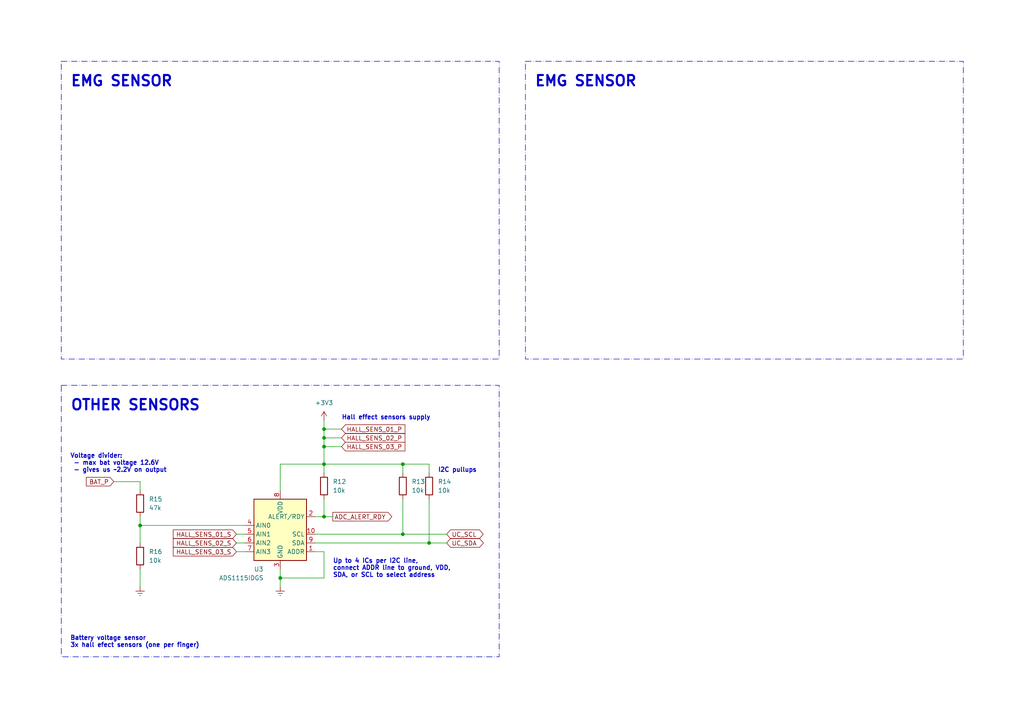
<source format=kicad_sch>
(kicad_sch (version 20230121) (generator eeschema)
  (paper "A4")
  (title_block (title "OpenHand prosthetic hand controller project") (date "2024-01-31") (rev "v1.0") (comment 1 "Aleksa Heler"))
  (lib_symbols
    (symbol "Analog_ADC:ADS1115IDGS"
      (property "Reference" "U" (at 2.54 13.97 0))
      (property "Value" "ADS1115IDGS" (at 7.62 11.43 0))
      (symbol "ADS1115IDGS_0_1"
        (rectangle (start -7.62 10.16) (end 7.62 -7.62) (stroke (width 0.254)) (fill (type background)))
      )
      (symbol "ADS1115IDGS_1_1"
        (pin input line (at 10.16 -5.08 180) (length 2.54) (name "ADDR") (number "1"))
        (pin input line (at 10.16 0 180) (length 2.54) (name "SCL") (number "10"))
        (pin output line (at 10.16 5.08 180) (length 2.54) (name "ALERT/RDY") (number "2"))
        (pin power_in line (at 0 -10.16 90) (length 2.54) (name "GND") (number "3"))
        (pin input line (at -10.16 2.54 0) (length 2.54) (name "AIN0") (number "4"))
        (pin input line (at -10.16 0 0) (length 2.54) (name "AIN1") (number "5"))
        (pin input line (at -10.16 -2.54 0) (length 2.54) (name "AIN2") (number "6"))
        (pin input line (at -10.16 -5.08 0) (length 2.54) (name "AIN3") (number "7"))
        (pin power_in line (at 0 12.7 270) (length 2.54) (name "VDD") (number "8"))
        (pin bidirectional line (at 10.16 -2.54 180) (length 2.54) (name "SDA") (number "9"))
      )
    )
    (symbol "Device:R" (pin_numbers hide) (pin_names (offset 0))
      (property "Reference" "R" (at 2.032 0 90))
      (property "Value" "R" (at 0 0 90))
      (symbol "R_0_1"
        (rectangle (start -1.016 -2.54) (end 1.016 2.54) (stroke (width 0.254)))
      )
      (symbol "R_1_1"
        (pin passive line (at 0 3.81 270) (length 1.27) (name "~") (number "1"))
        (pin passive line (at 0 -3.81 90) (length 1.27) (name "~") (number "2"))
      )
    )
    (symbol "power:+3V3" (power) (pin_names (offset 0))
      (property "Value" "+3V3" (at 0 3.556 0))
      (symbol "+3V3_0_1"
        (polyline (pts (xy -0.762 1.27) (xy 0 2.54)))
        (polyline (pts (xy 0 0) (xy 0 2.54)))
        (polyline (pts (xy 0 2.54) (xy 0.762 1.27)))
      )
      (symbol "+3V3_1_1"
        (pin power_in line (at 0 0 90) (length 0) hide (name "+3V3") (number "1"))
      )
    )
    (symbol "power:Earth" (power) (pin_names (offset 0))
      (symbol "Earth_0_1"
        (polyline (pts (xy -0.635 -1.905) (xy 0.635 -1.905)))
        (polyline (pts (xy -0.127 -2.54) (xy 0.127 -2.54)))
        (polyline (pts (xy 0 -1.27) (xy 0 0)))
        (polyline (pts (xy 1.27 -1.27) (xy -1.27 -1.27)))
      )
      (symbol "Earth_1_1"
        (pin power_in line (at 0 0 270) (length 0) hide (name "Earth") (number "1"))
      )
    )
  )
  (junction (at 93.98 134.62))
  (junction (at 93.98 129.54))
  (junction (at 116.84 154.94))
  (junction (at 93.98 127))
  (junction (at 81.28 167.64))
  (junction (at 93.98 124.46))
  (junction (at 116.84 134.62))
  (junction (at 124.46 157.48))
  (junction (at 93.98 149.86))
  (junction (at 40.64 152.4))
  (wire (pts (xy 93.98 167.64) (xy 81.28 167.64)))
  (wire (pts (xy 91.44 157.48) (xy 124.46 157.48)))
  (wire (pts (xy 93.98 134.62) (xy 93.98 137.16)))
  (wire (pts (xy 68.58 154.94) (xy 71.12 154.94)))
  (wire (pts (xy 33.02 139.7) (xy 40.64 139.7)))
  (wire (pts (xy 93.98 134.62) (xy 116.84 134.62)))
  (wire (pts (xy 93.98 127) (xy 93.98 129.54)))
  (wire (pts (xy 124.46 134.62) (xy 124.46 137.16)))
  (wire (pts (xy 68.58 160.02) (xy 71.12 160.02)))
  (wire (pts (xy 81.28 134.62) (xy 93.98 134.62)))
  (wire (pts (xy 93.98 124.46) (xy 99.06 124.46)))
  (wire (pts (xy 116.84 134.62) (xy 124.46 134.62)))
  (wire (pts (xy 91.44 154.94) (xy 116.84 154.94)))
  (wire (pts (xy 93.98 127) (xy 99.06 127)))
  (wire (pts (xy 40.64 149.86) (xy 40.64 152.4)))
  (wire (pts (xy 93.98 160.02) (xy 93.98 167.64)))
  (wire (pts (xy 40.64 152.4) (xy 40.64 157.48)))
  (wire (pts (xy 93.98 121.92) (xy 93.98 124.46)))
  (wire (pts (xy 40.64 165.1) (xy 40.64 170.18)))
  (wire (pts (xy 91.44 160.02) (xy 93.98 160.02)))
  (wire (pts (xy 81.28 170.18) (xy 81.28 167.64)))
  (wire (pts (xy 124.46 144.78) (xy 124.46 157.48)))
  (wire (pts (xy 81.28 134.62) (xy 81.28 142.24)))
  (wire (pts (xy 81.28 165.1) (xy 81.28 167.64)))
  (wire (pts (xy 40.64 152.4) (xy 71.12 152.4)))
  (wire (pts (xy 93.98 149.86) (xy 96.52 149.86)))
  (wire (pts (xy 93.98 129.54) (xy 93.98 134.62)))
  (wire (pts (xy 40.64 142.24) (xy 40.64 139.7)))
  (wire (pts (xy 93.98 144.78) (xy 93.98 149.86)))
  (wire (pts (xy 116.84 144.78) (xy 116.84 154.94)))
  (wire (pts (xy 124.46 157.48) (xy 129.54 157.48)))
  (wire (pts (xy 93.98 124.46) (xy 93.98 127)))
  (wire (pts (xy 93.98 129.54) (xy 99.06 129.54)))
  (wire (pts (xy 116.84 134.62) (xy 116.84 137.16)))
  (wire (pts (xy 68.58 157.48) (xy 71.12 157.48)))
  (wire (pts (xy 116.84 154.94) (xy 129.54 154.94)))
  (wire (pts (xy 91.44 149.86) (xy 93.98 149.86)))
  (rectangle (start 152.4 17.78) (end 279.4 104.14) (stroke (width 0) (type dash_dot)))
  (rectangle (start 17.78 17.78) (end 144.78 104.14) (stroke (width 0) (type dash_dot)))
  (rectangle (start 17.78 111.76) (end 144.78 190.5) (stroke (width 0) (type dash_dot)))
  (text "EMG SENSOR" (at 20.32 25.4 0) (effects (font (size 3 3) (thickness 0.6) bold) (justify left bottom)))
  (text "Voltage divider: \n - max bat voltage 12.6V\n - gives us ~2.2V on output" (at 20.32 137.16 0) (effects (font (size 1.27 1.27) (thickness 0.254) bold) (justify left bottom)))
  (text "EMG SENSOR" (at 154.94 25.4 0) (effects (font (size 3 3) (thickness 0.6) bold) (justify left bottom)))
  (text "I2C pullups" (at 127 137.16 0) (effects (font (size 1.27 1.27) (thickness 0.254) bold) (justify left bottom)))
  (text "OTHER SENSORS" (at 20.32 119.38 0) (effects (font (size 3 3) (thickness 0.6) bold) (justify left bottom)))
  (text "Up to 4 ICs per I2C line, \nconnect ADDR line to ground, VDD, \nSDA, or SCL to select address" (at 96.52 167.64 0) (effects (font (size 1.27 1.27) (thickness 0.254) bold) (justify left bottom)))
  (text "Hall effect sensors supply" (at 99.06 121.92 0) (effects (font (size 1.27 1.27) (thickness 0.254) bold) (justify left bottom)))
  (text "Battery voltage sensor\n3x hall efect sensors (one per finger)" (at 20.32 187.96 0) (effects (font (size 1.27 1.27) bold) (justify left bottom)))
  (global_label "ADC_ALERT_RDY" (shape output) (at 96.52 149.86 0) (property "Intersheetrefs" "${INTERSHEET_REFS}" (effects hide)))
  (global_label "HALL_SENS_02_S" (shape input) (at 68.58 157.48 180) (property "Intersheetrefs" "${INTERSHEET_REFS}" (effects hide)))
  (global_label "BAT_P" (shape input) (at 33.02 139.7 180) (property "Intersheetrefs" "${INTERSHEET_REFS}" (effects hide)))
  (global_label "UC_SDA" (shape bidirectional) (at 129.54 157.48 0) (property "Intersheetrefs" "${INTERSHEET_REFS}" (effects hide)))
  (global_label "HALL_SENS_01_S" (shape input) (at 68.58 154.94 180) (property "Intersheetrefs" "${INTERSHEET_REFS}" (effects hide)))
  (global_label "HALL_SENS_03_S" (shape input) (at 68.58 160.02 180) (property "Intersheetrefs" "${INTERSHEET_REFS}" (effects hide)))
  (global_label "HALL_SENS_02_P" (shape input) (at 99.06 127 0) (property "Intersheetrefs" "${INTERSHEET_REFS}" (effects hide)))
  (global_label "HALL_SENS_03_P" (shape input) (at 99.06 129.54 0) (property "Intersheetrefs" "${INTERSHEET_REFS}" (effects hide)))
  (global_label "HALL_SENS_01_P" (shape input) (at 99.06 124.46 0) (property "Intersheetrefs" "${INTERSHEET_REFS}" (effects hide)))
  (global_label "UC_SCL" (shape bidirectional) (at 129.54 154.94 0) (property "Intersheetrefs" "${INTERSHEET_REFS}" (effects hide)))
  (symbol (lib_id "Device:R") (at 40.64 161.29 180) (unit 1)
    (property "Reference" "R16" (at 43.18 160.02 0) (effects (justify right)))
    (property "Value" "10k" (at 43.18 162.56 0) (effects (justify right)))
    (property "Footprint" "Resistor_SMD:R_1206_3216Metric" (effects hide))
  )
  (symbol (lib_id "Device:R") (at 124.46 140.97 180) (unit 1)
    (property "Reference" "R14" (at 127 139.7 0) (effects (justify right)))
    (property "Value" "10k" (at 127 142.24 0) (effects (justify right)))
    (property "Footprint" "Resistor_SMD:R_1206_3216Metric" (effects hide))
  )
  (symbol (lib_id "power:Earth") (at 81.28 170.18 0) (unit 1)
    (property "Reference" "#PWR038" (effects hide))
    (property "Value" "Earth" (effects hide))
  )
  (symbol (lib_id "Analog_ADC:ADS1115IDGS") (at 81.28 154.94 0) (unit 1)
    (property "Reference" "U3" (at 73.66 165.1 0) (effects (justify left)))
    (property "Value" "ADS1115IDGS" (at 63.5 167.64 0) (effects (justify left)))
    (property "Footprint" "Package_SO:TSSOP-10_3x3mm_P0.5mm" (effects hide))
    (property "Datasheet" "http://www.ti.com/lit/ds/symlink/ads1113.pdf" (effects hide))
  )
  (symbol (lib_id "power:Earth") (at 40.64 170.18 0) (unit 1)
    (property "Reference" "#PWR037" (effects hide))
    (property "Value" "Earth" (effects hide))
  )
  (symbol (lib_id "power:+3V3") (at 93.98 121.92 0) (unit 1)
    (property "Reference" "#PWR036" (effects hide))
    (property "Value" "+3V3" (at 93.98 116.84 0))
  )
  (symbol (lib_id "Device:R") (at 93.98 140.97 180) (unit 1)
    (property "Reference" "R12" (at 96.52 139.7 0) (effects (justify right)))
    (property "Value" "10k" (at 96.52 142.24 0) (effects (justify right)))
    (property "Footprint" "Resistor_SMD:R_1206_3216Metric" (effects hide))
  )
  (symbol (lib_id "Device:R") (at 116.84 140.97 180) (unit 1)
    (property "Reference" "R13" (at 119.38 139.7 0) (effects (justify right)))
    (property "Value" "10k" (at 119.38 142.24 0) (effects (justify right)))
    (property "Footprint" "Resistor_SMD:R_1206_3216Metric" (effects hide))
  )
  (symbol (lib_id "Device:R") (at 40.64 146.05 180) (unit 1)
    (property "Reference" "R15" (at 43.18 144.78 0) (effects (justify right)))
    (property "Value" "47k" (at 43.18 147.32 0) (effects (justify right)))
    (property "Footprint" "Resistor_SMD:R_1206_3216Metric" (effects hide))
  )
)
</source>
